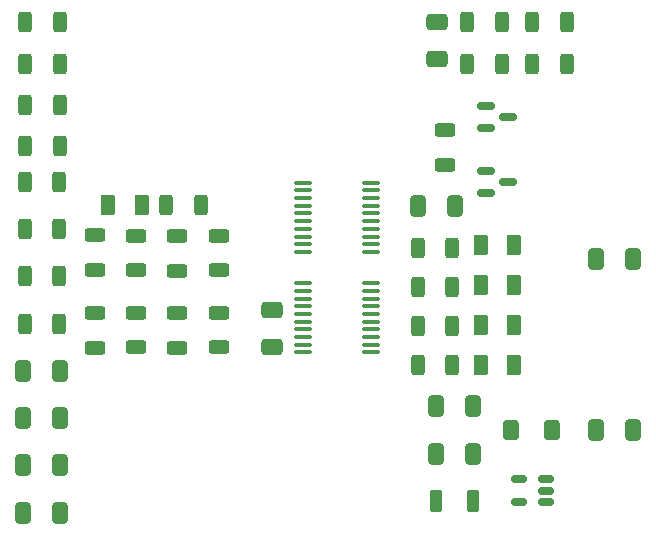
<source format=gbr>
%TF.GenerationSoftware,KiCad,Pcbnew,8.0.3*%
%TF.CreationDate,2024-08-26T20:28:07+08:00*%
%TF.ProjectId,bcd2civ,62636432-6369-4762-9e6b-696361645f70,rev?*%
%TF.SameCoordinates,Original*%
%TF.FileFunction,Paste,Top*%
%TF.FilePolarity,Positive*%
%FSLAX46Y46*%
G04 Gerber Fmt 4.6, Leading zero omitted, Abs format (unit mm)*
G04 Created by KiCad (PCBNEW 8.0.3) date 2024-08-26 20:28:07*
%MOMM*%
%LPD*%
G01*
G04 APERTURE LIST*
G04 Aperture macros list*
%AMRoundRect*
0 Rectangle with rounded corners*
0 $1 Rounding radius*
0 $2 $3 $4 $5 $6 $7 $8 $9 X,Y pos of 4 corners*
0 Add a 4 corners polygon primitive as box body*
4,1,4,$2,$3,$4,$5,$6,$7,$8,$9,$2,$3,0*
0 Add four circle primitives for the rounded corners*
1,1,$1+$1,$2,$3*
1,1,$1+$1,$4,$5*
1,1,$1+$1,$6,$7*
1,1,$1+$1,$8,$9*
0 Add four rect primitives between the rounded corners*
20,1,$1+$1,$2,$3,$4,$5,0*
20,1,$1+$1,$4,$5,$6,$7,0*
20,1,$1+$1,$6,$7,$8,$9,0*
20,1,$1+$1,$8,$9,$2,$3,0*%
G04 Aperture macros list end*
%ADD10RoundRect,0.250000X-0.412500X-0.650000X0.412500X-0.650000X0.412500X0.650000X-0.412500X0.650000X0*%
%ADD11RoundRect,0.250000X0.650000X-0.412500X0.650000X0.412500X-0.650000X0.412500X-0.650000X-0.412500X0*%
%ADD12RoundRect,0.250000X-0.400000X-0.600000X0.400000X-0.600000X0.400000X0.600000X-0.400000X0.600000X0*%
%ADD13RoundRect,0.250000X-0.625000X0.312500X-0.625000X-0.312500X0.625000X-0.312500X0.625000X0.312500X0*%
%ADD14RoundRect,0.250000X-0.312500X-0.625000X0.312500X-0.625000X0.312500X0.625000X-0.312500X0.625000X0*%
%ADD15RoundRect,0.250000X0.375000X0.625000X-0.375000X0.625000X-0.375000X-0.625000X0.375000X-0.625000X0*%
%ADD16RoundRect,0.250000X0.625000X-0.312500X0.625000X0.312500X-0.625000X0.312500X-0.625000X-0.312500X0*%
%ADD17RoundRect,0.250000X-0.375000X-0.625000X0.375000X-0.625000X0.375000X0.625000X-0.375000X0.625000X0*%
%ADD18RoundRect,0.150000X-0.587500X-0.150000X0.587500X-0.150000X0.587500X0.150000X-0.587500X0.150000X0*%
%ADD19RoundRect,0.100000X0.637500X0.100000X-0.637500X0.100000X-0.637500X-0.100000X0.637500X-0.100000X0*%
%ADD20RoundRect,0.250000X-0.275000X-0.700000X0.275000X-0.700000X0.275000X0.700000X-0.275000X0.700000X0*%
%ADD21RoundRect,0.150000X0.512500X0.150000X-0.512500X0.150000X-0.512500X-0.150000X0.512500X-0.150000X0*%
G04 APERTURE END LIST*
D10*
%TO.C,C10*%
X153500000Y-130550000D03*
X150375000Y-130550000D03*
%TD*%
D11*
%TO.C,C9*%
X138000000Y-142500000D03*
X138000000Y-139375000D03*
%TD*%
D12*
%TO.C,D1*%
X158250000Y-149500000D03*
X161750000Y-149500000D03*
%TD*%
D13*
%TO.C,F2*%
X126537500Y-139575000D03*
X126537500Y-142500000D03*
%TD*%
D14*
%TO.C,R14*%
X154537500Y-118500000D03*
X157462500Y-118500000D03*
%TD*%
%TO.C,R13*%
X150355000Y-144000000D03*
X153280000Y-144000000D03*
%TD*%
%TO.C,R4*%
X117075000Y-140500000D03*
X120000000Y-140500000D03*
%TD*%
%TO.C,R10*%
X150355000Y-134130000D03*
X153280000Y-134130000D03*
%TD*%
D15*
%TO.C,D4*%
X155700000Y-137220000D03*
X158500000Y-137220000D03*
%TD*%
D10*
%TO.C,C2*%
X165437500Y-149500000D03*
X168562500Y-149500000D03*
%TD*%
D14*
%TO.C,R16*%
X160037500Y-115000000D03*
X162962500Y-115000000D03*
%TD*%
D15*
%TO.C,D3*%
X155700000Y-133830000D03*
X158500000Y-133830000D03*
%TD*%
D16*
%TO.C,F7*%
X130000000Y-136037500D03*
X130000000Y-133112500D03*
%TD*%
D15*
%TO.C,D6*%
X155700000Y-144000000D03*
X158500000Y-144000000D03*
%TD*%
D11*
%TO.C,C11*%
X152000000Y-118062500D03*
X152000000Y-114937500D03*
%TD*%
D10*
%TO.C,C6*%
X151937500Y-151500000D03*
X155062500Y-151500000D03*
%TD*%
%TO.C,C3*%
X116975000Y-144500000D03*
X120100000Y-144500000D03*
%TD*%
D14*
%TO.C,R7*%
X117137500Y-122000000D03*
X120062500Y-122000000D03*
%TD*%
%TO.C,R1*%
X117075000Y-128500000D03*
X120000000Y-128500000D03*
%TD*%
D10*
%TO.C,C8*%
X116975000Y-156500000D03*
X120100000Y-156500000D03*
%TD*%
D17*
%TO.C,D2*%
X124175000Y-130500000D03*
X126975000Y-130500000D03*
%TD*%
D10*
%TO.C,C4*%
X151937500Y-147500000D03*
X155062500Y-147500000D03*
%TD*%
D16*
%TO.C,F6*%
X126500000Y-136000000D03*
X126500000Y-133075000D03*
%TD*%
D14*
%TO.C,R2*%
X117075000Y-132500000D03*
X120000000Y-132500000D03*
%TD*%
%TO.C,R11*%
X150355000Y-137420000D03*
X153280000Y-137420000D03*
%TD*%
D18*
%TO.C,Q2*%
X158000000Y-128500000D03*
X156125000Y-129450000D03*
X156125000Y-127550000D03*
%TD*%
D19*
%TO.C,U2*%
X140637500Y-134425000D03*
X140637500Y-133775000D03*
X140637500Y-133125000D03*
X140637500Y-132475000D03*
X140637500Y-131825000D03*
X140637500Y-131175000D03*
X140637500Y-130525000D03*
X140637500Y-129875000D03*
X140637500Y-129225000D03*
X140637500Y-128575000D03*
X146362500Y-128575000D03*
X146362500Y-129225000D03*
X146362500Y-129875000D03*
X146362500Y-130525000D03*
X146362500Y-131175000D03*
X146362500Y-131825000D03*
X146362500Y-132475000D03*
X146362500Y-133125000D03*
X146362500Y-133775000D03*
X146362500Y-134425000D03*
%TD*%
%TO.C,U3*%
X146362500Y-142925000D03*
X146362500Y-142275000D03*
X146362500Y-141625000D03*
X146362500Y-140975000D03*
X146362500Y-140325000D03*
X146362500Y-139675000D03*
X146362500Y-139025000D03*
X146362500Y-138375000D03*
X146362500Y-137725000D03*
X146362500Y-137075000D03*
X140637500Y-137075000D03*
X140637500Y-137725000D03*
X140637500Y-138375000D03*
X140637500Y-139025000D03*
X140637500Y-139675000D03*
X140637500Y-140325000D03*
X140637500Y-140975000D03*
X140637500Y-141625000D03*
X140637500Y-142275000D03*
X140637500Y-142925000D03*
%TD*%
D16*
%TO.C,F5*%
X123000000Y-135962500D03*
X123000000Y-133037500D03*
%TD*%
D14*
%TO.C,R9*%
X129075000Y-130500000D03*
X132000000Y-130500000D03*
%TD*%
%TO.C,R8*%
X117137500Y-125500000D03*
X120062500Y-125500000D03*
%TD*%
D10*
%TO.C,C7*%
X116975000Y-152500000D03*
X120100000Y-152500000D03*
%TD*%
D13*
%TO.C,R17*%
X152625000Y-124125000D03*
X152625000Y-127050000D03*
%TD*%
D14*
%TO.C,R12*%
X150355000Y-140710000D03*
X153280000Y-140710000D03*
%TD*%
D20*
%TO.C,L1*%
X151925000Y-155500000D03*
X155075000Y-155500000D03*
%TD*%
D15*
%TO.C,D5*%
X155700000Y-140610000D03*
X158500000Y-140610000D03*
%TD*%
D18*
%TO.C,Q1*%
X158000000Y-123000000D03*
X156125000Y-123950000D03*
X156125000Y-122050000D03*
%TD*%
D21*
%TO.C,U1*%
X161187500Y-155587500D03*
X161187500Y-154637500D03*
X161187500Y-153687500D03*
X158912500Y-153687500D03*
X158912500Y-155587500D03*
%TD*%
D14*
%TO.C,R15*%
X154537500Y-115000000D03*
X157462500Y-115000000D03*
%TD*%
D10*
%TO.C,C1*%
X165437500Y-135000000D03*
X168562500Y-135000000D03*
%TD*%
D16*
%TO.C,F8*%
X133500000Y-136000000D03*
X133500000Y-133075000D03*
%TD*%
D13*
%TO.C,F1*%
X123000000Y-139612500D03*
X123000000Y-142537500D03*
%TD*%
D14*
%TO.C,R6*%
X117137500Y-118500000D03*
X120062500Y-118500000D03*
%TD*%
%TO.C,R5*%
X117137500Y-115000000D03*
X120062500Y-115000000D03*
%TD*%
D13*
%TO.C,F3*%
X130000000Y-139612500D03*
X130000000Y-142537500D03*
%TD*%
%TO.C,F4*%
X133500000Y-139575000D03*
X133500000Y-142500000D03*
%TD*%
D14*
%TO.C,R18*%
X162962500Y-118500000D03*
X160037500Y-118500000D03*
%TD*%
D10*
%TO.C,C5*%
X116975000Y-148500000D03*
X120100000Y-148500000D03*
%TD*%
D14*
%TO.C,R3*%
X117075000Y-136500000D03*
X120000000Y-136500000D03*
%TD*%
M02*

</source>
